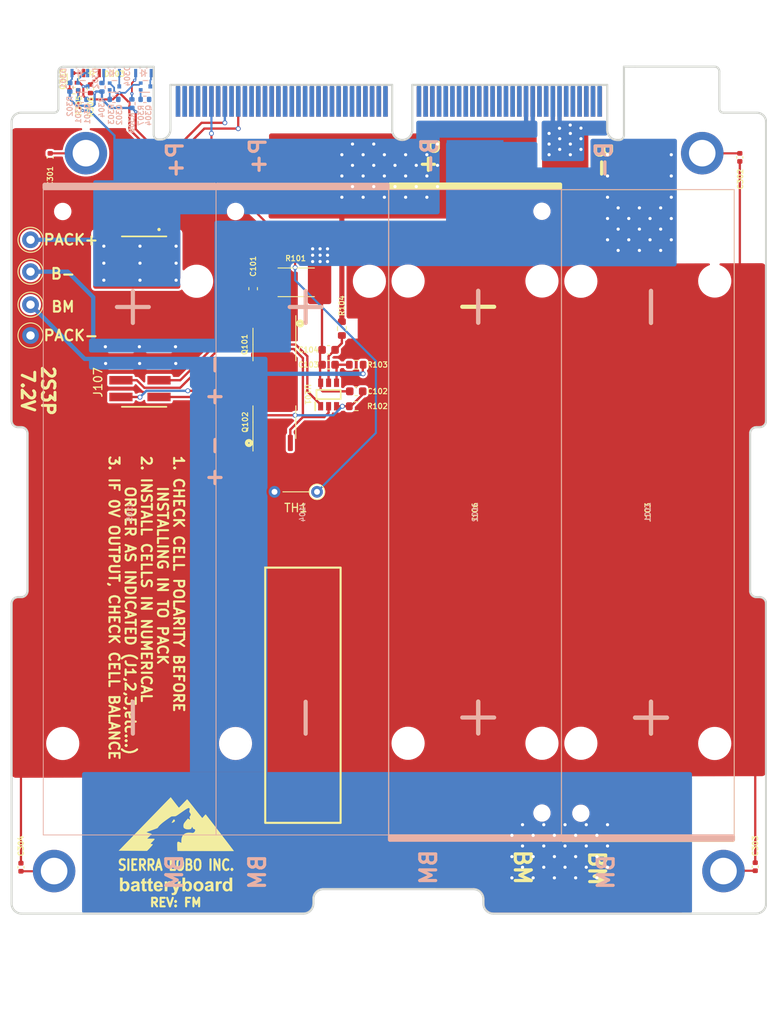
<source format=kicad_pcb>
(kicad_pcb (version 20221018) (generator pcbnew)
  (layers (0 "F.Cu" signal) (31 "B.Cu" signal) (34 "B.Paste" user) (35 "F.Paste" user) (36 "B.SilkS" user "B.Silkscreen") (37 "F.SilkS" user "F.Silkscreen") (38 "B.Mask" user) (39 "F.Mask" user) (44 "Edge.Cuts" user))
  (net 0 "")
  (net 1 "/VDD")
  (net 2 "B-")
  (net 3 "Net-(C101-Pad1)")
  (net 4 "PACK-")
  (net 5 "BM")
  (net 6 "PACK+")
  (net 7 "/V-")
  (net 8 "Net-(U101-VC)")
  (net 9 "Net-(D301-K)")
  (net 10 "Net-(D301-A)")
  (net 11 "Net-(D302-K)")
  (net 12 "/SLI-Card/CHS")
  (net 13 "Net-(D302-A)")
  (net 14 "Net-(D303-K)")
  (net 15 "Net-(D303-A)")
  (net 16 "Net-(D304-K)")
  (net 17 "Net-(D304-A)")
  (net 18 "/DOUT")
  (net 19 "/COUT")
  (net 20 "/Q1D_Q2S")
  (net 21 "/SLI-Card/SEP4")
  (net 22 "/SLI-Card/-X_SOLAR_PWR")
  (net 23 "/SLI-Card/-X_SOLAR_RTN")
  (net 24 "/SLI-Card/-X_SOLAR_TLE")
  (net 25 "/SLI-Card/H2-52")
  (net 26 "/SLI-Card/H1-52")
  (net 27 "BAT_THERM")
  (net 28 "/SLI-Card/GND")
  (net 29 "/SLI-Card/USER_1")
  (net 30 "/SLI-Card/H2-44")
  (net 31 "/SLI-Card/H1-44")
  (net 32 "/SLI-Card/H2-42")
  (net 33 "/SLI-Card/H1-42")
  (net 34 "/SLI-Card/H2-40")
  (net 35 "/SLI-Card/H1-40")
  (net 36 "/SLI-Card/H2-38")
  (net 37 "/SLI-Card/H1-38")
  (net 38 "/SLI-Card/H2-36")
  (net 39 "/SLI-Card/H1-36")
  (net 40 "/SLI-Card/H2-34")
  (net 41 "/SLI-Card/H1-34")
  (net 42 "/SLI-Card/5V_USB")
  (net 43 "/SLI-Card/SEP3")
  (net 44 "/SLI-Card/+Y_SOLAR_PWR")
  (net 45 "/SLI-Card/+Y_SOLAR_RTN")
  (net 46 "/SLI-Card/+Y_SOLAR_TLE")
  (net 47 "/SLI-Card/H2-51")
  (net 48 "/SLI-Card/H1-51")
  (net 49 "/SLI-Card/SELF_TEST")
  (net 50 "/SLI-Card/H2-43")
  (net 51 "/SLI-Card/H1-43")
  (net 52 "/SLI-Card/H2-41")
  (net 53 "/SLI-Card/H1-41")
  (net 54 "/SLI-Card/H2-39")
  (net 55 "/SLI-Card/H1-39")
  (net 56 "/SLI-Card/H2-37")
  (net 57 "/SLI-Card/H1-37")
  (net 58 "/SLI-Card/H2-35")
  (net 59 "/SLI-Card/H1-35")
  (net 60 "/SLI-Card/H2-33")
  (net 61 "/SLI-Card/H1-33")
  (net 62 "/SLI-Card/AGND")
  (net 63 "/SLI-Card/H1-31")
  (net 64 "/SLI-Card/H2-28")
  (net 65 "/SLI-Card/H1-28")
  (net 66 "/SLI-Card/H2-26")
  (net 67 "/SLI-Card/H1-26")
  (net 68 "/SLI-Card/H2-24")
  (net 69 "/SLI-Card/H1-24")
  (net 70 "/SLI-Card/H2-22")
  (net 71 "/SLI-Card/H1-22")
  (net 72 "/SLI-Card/H2-20")
  (net 73 "/SLI-Card/H1-20")
  (net 74 "/SLI-Card/H2-18")
  (net 75 "/SLI-Card/H1-18")
  (net 76 "/SLI-Card/H2-16")
  (net 77 "/SLI-Card/H1-16")
  (net 78 "/SLI-Card/H2-14")
  (net 79 "/SLI-Card/H1-14")
  (net 80 "/SLI-Card/H2-12")
  (net 81 "/SLI-Card/H1-12")
  (net 82 "/SLI-Card/H2-10")
  (net 83 "/SLI-Card/H1-10")
  (net 84 "/SLI-Card/H2-8")
  (net 85 "/SLI-Card/H1-8")
  (net 86 "/SLI-Card/H1-6")
  (net 87 "/SLI-Card/H2-4")
  (net 88 "/SLI-Card/H1-4")
  (net 89 "/SLI-Card/H2-2")
  (net 90 "/SLI-Card/+X_SOLAR_PWR")
  (net 91 "/SLI-Card/+X_SOLAR_RTN")
  (net 92 "/SLI-Card/+X_SOLAR_TLE")
  (net 93 "/SLI-Card/H1-27")
  (net 94 "/SLI-Card/H2-25")
  (net 95 "/SLI-Card/H1-25")
  (net 96 "/SLI-Card/H2-23")
  (net 97 "/SLI-Card/H1-23")
  (net 98 "/SLI-Card/H2-21")
  (net 99 "/SLI-Card/H1-21")
  (net 100 "/SLI-Card/H2-19")
  (net 101 "/SLI-Card/H1-19")
  (net 102 "/SLI-Card/H2-17")
  (net 103 "/SLI-Card/H1-17")
  (net 104 "/SLI-Card/H2-15")
  (net 105 "/SLI-Card/RBF")
  (net 106 "/SLI-Card/H2-13")
  (net 107 "/SLI-Card/H1-13")
  (net 108 "/SLI-Card/H2-11")
  (net 109 "/SLI-Card/H1-11")
  (net 110 "/SLI-Card/H2-9")
  (net 111 "/SLI-Card/H1-9")
  (net 112 "/SLI-Card/H2-7")
  (net 113 "/SLI-Card/H1-7")
  (net 114 "/SLI-Card/H1-5")
  (net 115 "/SLI-Card/LED_PWR")
  (net 116 "/SLI-Card/H1-3")
  (net 117 "/SLI-Card/-Z_SOLAR_PWR")
  (net 118 "/SLI-Card/-Z_SOLAR_RTN")
  (net 119 "/SLI-Card/-Z_SOLAR_TLE")
  (net 120 "/SLI-Card/BUS_RESET")
  (net 121 "/SLI-Card/H1-30")
  (net 122 "/SLI-Card/SEP1")
  (net 123 "/SLI-Card/SEP2")
  (net 124 "Net-(Q301-B)")
  (net 125 "Net-(Q302-B)")
  (net 126 "Net-(Q303-B)")
  (net 127 "Net-(Q304-B)")
  (net 128 "/SLI-Card/H1-1")
  (net 129 "/SLI-Card/3.3V_SYS")
  (net 130 "/SLI-Card/H1-2")
  (net 131 "/SLI-Card/Blank-Card-Default/RED_LED")
  (net 132 "/SLI-Card/Blank-Card-Default/YEL_LED")
  (net 133 "/SLI-Card/Blank-Card-Default/ORG_LED")
  (footprint "batteryboard:KEYSTONE-1042_ALT_J5" (layer "F.Cu") (at 129.2733 96.0501 -90)
    (fp_text reference "J103")
    (fp_text value "KEYSTONE-1042" hide)
  )
  (footprint "custom-footprints:SOT95P280X130-6N" (layer "F.Cu") (at 91.1225 81.9785 90)
    (fp_text reference "U101")
    (fp_text value "R5460N233AF" hide)
  )
  (footprint "batteryboard:KEYSTONE-1042" (layer "F.Cu") (at 108.6231 96.0247 90)
    (fp_text reference "J106")
    (fp_text value "KEYSTONE-1042" hide)
  )
  (footprint "Capacitor_SMD:C_0603_1608Metric" (layer "F.Cu") (at 91.1225 76.6445)
    (fp_text reference "C104")
    (fp_text value "0.1uF")
  )
  (footprint "Capacitor_SMD:C_0603_1608Metric" (layer "F.Cu") (at 91.1225 78.4225)
    (fp_text reference "C103")
    (fp_text value "0.1uF")
  )
  (footprint "Capacitor_SMD:C_0603_1608Metric" (layer "F.Cu") (at 94.4245 81.5975)
    (fp_text reference "C102")
    (fp_text value "0.1uF")
  )
  (footprint "Capacitor_SMD:C_0603_1608Metric" (layer "F.Cu") (at 82.1055 69.342 -90)
    (fp_text reference "C101")
    (fp_text value "0.1uF")
  )
  (footprint "Resistor_SMD:R_0603_1608Metric" (layer "F.Cu") (at 92.71 74.1045 -90)
    (fp_text reference "R104")
    (fp_text value "330")
  )
  (footprint "Resistor_SMD:R_0603_1608Metric" (layer "F.Cu") (at 94.4245 78.4225 180)
    (fp_text reference "R103")
    (fp_text value "330")
  )
  (footprint "Package_SO:SOIC-8_3.9x4.9mm_P1.27mm" (layer "F.Cu") (at 84.6455 85.2805 90)
    (fp_text reference "Q102")
    (fp_text value "IRF7458")
  )
  (footprint "Package_SO:SOIC-8_3.9x4.9mm_P1.27mm" (layer "F.Cu") (at 84.6455 76.0095 -90)
    (fp_text reference "Q101")
    (fp_text value "IRF7458")
  )
  (footprint "Resistor_SMD:R_0603_1608Metric" (layer "F.Cu") (at 94.4245 83.3755)
    (fp_text reference "R102")
    (fp_text value "1K")
  )
  (footprint "Resistor_SMD:R_2512_6332Metric" (layer "F.Cu") (at 87.249 68.58 180)
    (fp_text reference "R101")
    (fp_text value "0.01")
  )
  (footprint "TestPoint:TestPoint_Loop_D1.80mm_Drill1.0mm_Beaded" (layer "F.Cu") (at 55.499 67.31 90)
    (fp_text reference "TP101" hide)
    (fp_text value "TestPoint")
  )
  (footprint "TestPoint:TestPoint_Loop_D1.80mm_Drill1.0mm_Beaded" (layer "F.Cu") (at 55.499 71.247 90)
    (fp_text reference "TP102" hide)
    (fp_text value "TestPoint")
  )
  (footprint "TestPoint:TestPoint_Loop_D1.80mm_Drill1.0mm_Beaded" (layer "F.Cu") (at 55.499 74.93 90)
    (fp_text reference "TP103" hide)
    (fp_text value "TestPoint")
  )
  (footprint "TestPoint:TestPoint_Loop_D1.80mm_Drill1.0mm_Beaded" (layer "F.Cu") (at 55.499 63.5 90)
    (fp_text reference "TP104" hide)
    (fp_text value "TestPoint")
  )
  (footprint "Capacitor_SMD:C_0402_1005Metric" (layer "F.Cu") (at 57.8485 53.6575 90)
    (fp_text reference "C301")
    (fp_text value "0.1uF")
  )
  (footprint "Capacitor_SMD:C_0402_1005Metric" (layer "F.Cu") (at 140.2715 53.6575 90)
    (fp_text reference "C302")
    (fp_text value "0.1uF")
  )
  (footprint "Capacitor_SMD:C_0402_1005Metric" (layer "F.Cu") (at 142.113 138.3665 -90)
    (fp_text reference "C303")
    (fp_text value "0.1uF")
  )
  (footprint "Capacitor_SMD:C_0402_1005Metric" (layer "F.Cu") (at 54.356 138.43 -90)
    (fp_text reference "C304")
    (fp_text value "0.1uF")
  )
  (footprint "SLI-Blank-Card:APA2107x" (layer "F.Cu") (at 62.792178 43.59148 -90)
    (fp_text reference "D303")
    (fp_text value "GREEN")
  )
  (footprint "SLI-Blank-Card:125mil_hole" (layer "F.Cu") (at 62.1184 53.1572 90)
    (fp_text reference "MH301" hide)
    (fp_text value "MountingHole_Pad")
  )
  (footprint "SLI-Blank-Card:125mil_hole" (layer "F.Cu") (at 135.7784 53.1572 90)
    (fp_text reference "MH302" hide)
    (fp_text value "SLI-Backplane-Blank-Card-KiCad:125mil_hole")
  )
  (footprint "SLI-Blank-Card:125mil_hole" (layer "F.Cu") (at 138.3184 138.8872 90)
    (fp_text reference "MH303" hide)
    (fp_text value "SLI-Backplane-Blank-Card-KiCad:125mil_hole")
  )
  (footprint "SLI-Blank-Card:125mil_hole" (layer "F.Cu") (at 58.3184 138.8872 90)
    (fp_text reference "MH304" hide)
    (fp_text value "SLI-Backplane-Blank-Card-KiCad:125mil_hole")
  )
  (footprint "SLI-Blank-Card:HSEC8-160-CARD-EDGE" (layer "F.Cu") (at 98.72222 45.004353)
    (fp_text reference "P201" hide)
    (fp_text value "Conn_02x60_Top_Bottom")
  )
  (footprint "Package_TO_SOT_SMD:SOT-723" (layer "F.Cu") (at 60.579 44.1706 90)
    (fp_text reference "Q303")
    (fp_text value "BC847BM3T5G")
  )
  (footprint "Resistor_SMD:R_0402_1005Metric" (layer "F.Cu") (at 62.6618 45.466 90)
    (fp_text reference "R306")
    (fp_text value "1.5k")
  )
  (footprint "Resistor_SMD:R_0402_1005Metric" (layer "F.Cu") (at 60.6806 45.6946)
    (fp_text reference "R305")
    (fp_text value "4.7k")
  )
  (footprint "custom-footprints:battery_version" (layer "F.Cu") (at 75.157542 140.712867)
    (fp_text reference "Ref**" hide)
    (fp_text value "Val**" hide)
  )
  (footprint "batteryboard:SLI_LOGO" (layer "F.Cu") (at 72.898 134.112)
    (fp_text reference "G***" hide)
    (fp_text value "LOGO" hide)
  )
  (footprint "batteryboard:SAMTEC_S2M-110-02-X-D" (layer "F.Cu") (at 68.58 73.273 90)
    (fp_text reference "J107")
    (fp_text value "Conn_02x10_Top_Bottom")
  )
  (footprint "Resistor_THT:R_Axial_DIN0204_L3.6mm_D1.6mm_P5.08mm_Vertical" (layer "F.Cu") (at 89.739 93.599 180)
    (fp_text reference "TH1")
    (fp_text value "Thermistor")
  )
  (footprint "batteryboard:KEYSTONE-1042" (layer "B.Cu") (at 87.9983 96.0501 90)
    (fp_text reference "J104")
    (fp_text value "KEYSTONE-1042" hide)
  )
  (footprint "batteryboard:KEYSTONE-1042_ALT_J1" (layer "B.Cu") (at 129.2733 96.0247 -90)
    (fp_text reference "J101")
    (fp_text value "KEYSTONE-1042" hide)
  )
  (footprint "batteryboard:KEYSTONE-1042" (layer "B.Cu") (at 108.6231 96.0247 -90)
    (fp_text reference "J102")
    (fp_text value "KEYSTONE-1042" hide)
  )
  (footprint "batteryboard:KEYSTONE-1042_alt_J4" (layer "B.Cu") (at 67.3481 96.0501 90)
    (fp_text reference "J105")
    (fp_text value "KEYSTONE-1042" hide)
  )
  (footprint "SLI-Blank-Card:APA2107x" (layer "B.Cu") (at 61.392181 43.59148 -90)
    (fp_text reference "D301")
    (fp_text value "RED")
  )
  (footprint "SLI-Blank-Card:APA2107x" (layer "B.Cu") (at 65.192173 43.59148 -90)
    (fp_text reference "D302")
    (fp_text value "YELLOW")
  )
  (footprint "SLI-Blank-Card:APA2107x" (layer "B.Cu") (at 68.992191 43.59148 -90)
    (fp_text reference "D304")
    (fp_text value "ORANGE")
  )
  (footprint "Package_TO_SOT_SMD:SOT-723" (layer "B.Cu") (at 61.7474 45.1866)
    (fp_text reference "Q301")
    (fp_text value "MMBT4403M3T5G")
  )
  (footprint "Package_TO_SOT_SMD:SOT-723" (layer "B.Cu") (at 65.532 45.1866)
    (fp_text reference "Q302")
    (fp_text value "BC847BM3T5G")
  )
  (footprint "Package_TO_SOT_SMD:SOT-723" (layer "B.Cu") (at 69.2404 45.1866)
    (fp_text reference "Q304")
    (fp_text value "BC847BM3T5G")
  )
  (footprint "Resistor_SMD:R_0402_1005Metric" (layer "B.Cu") (at 60.198 45.2882 90)
    (fp_text reference "R302")
    (fp_text value "1.5k")
  )
  (footprint "Resistor_SMD:R_0402_1005Metric" (layer "B.Cu") (at 64.0334 45.2882 90)
    (fp_text reference "R304")
    (fp_text value "1.5k")
  )
  (footprint "Resistor_SMD:R_0402_1005Metric" (layer "B.Cu") (at 67.6148 47.244 90)
    (fp_text reference "R308")
    (fp_text value "1.5k")
  )
  (footprint "Resistor_SMD:R_0402_1005Metric" (layer "B.Cu") (at 61.6712 46.736)
    (fp_text reference "R301")
    (fp_text value "4.7k")
  )
  (footprint "Resistor_SMD:R_0402_1005Metric" (layer "B.Cu") (at 65.4812 46.736)
    (fp_text reference "R303")
    (fp_text value "4.7k")
  )
  (footprint "Resistor_SMD:R_0402_1005Metric" (layer "B.Cu") (at 69.1642 46.736)
    (fp_text reference "R307")
    (fp_text value "4.7k")
  )
  (gr_circle (center 87.7189 73.4949) (end 87.7443 73.4187) (stroke (width 0.4)) (fill none) (layer "F.SilkS"))
  (gr_circle (center 81.5975 87.7697) (end 81.6229 87.6935) (stroke (width 0.4)) (fill none) (layer "F.SilkS"))
  (gr_rect (start 83.549998 102.650011) (end 92.559988 133.130011) (stroke (width 0.254)) (fill none) (layer "F.SilkS"))
  (gr_line (start 109.626402 142.773398) (end 109.626402 142.239998) (stroke (width 0.254)) (layer "Edge.Cuts"))
  (gr_arc (start 110.820202 143.967198) (mid 109.976058 143.617542) (end 109.626402 142.773398) (stroke (width 0.254)) (layer "Edge.Cuts"))
  (gr_line (start 64.742214 42.841363) (end 69.442149 42.841363) (stroke (width 0.254)) (layer "Edge.Cuts"))
  (gr_line (start 141.503402 105.409998) (end 141.503402 86.639398) (stroke (width 0.254)) (layer "Edge.Cuts"))
  (gr_arc (start 101.12221 50.37937) (mid 99.922212 51.579361) (end 98.72223 50.379354) (stroke (width 0.254)) (layer "Edge.Cuts"))
  (gr_arc (start 125.622219 51.579361) (mid 124.7737 51.227891) (end 124.422232 50.379371) (stroke (width 0.254)) (layer "Edge.Cuts"))
  (gr_arc (start 72.22222 50.329342) (mid 71.870751 51.177862) (end 71.022232 51.529331) (stroke (width 0.254)) (layer "Edge.Cuts"))
  (gr_arc (start 142.305524 48.3247) (mid 143.085375 48.647724) (end 143.408402 49.427575) (stroke (width 0.254)) (layer "Edge.Cuts"))
  (gr_line (start 126.422213 51.004361) (end 126.422213 44.904363) (stroke (width 0.254)) (layer "Edge.Cuts"))
  (gr_line (start 101.12221 50.379354) (end 101.12221 45.004363) (stroke (width 0.254)) (layer "Edge.Cuts"))
  (gr_line (start 98.72223 50.379354) (end 98.72223 45.004363) (stroke (width 0.254)) (layer "Edge.Cuts"))
  (gr_line (start 101.12222 45.004353) (end 124.422222 45.004353) (stroke (width 0.254)) (layer "Edge.Cuts"))
  (gr_line (start 70.222239 50.954331) (end 70.222239 44.854333) (stroke (width 0.254)) (layer "Edge.Cuts"))
  (gr_line (start 124.422232 50.379354) (end 124.422232 45.004363) (stroke (width 0.254)) (layer "Edge.Cuts"))
  (gr_arc (start 53.238402 49.425142) (mid 53.560715 48.64701) (end 54.338847 48.324697) (stroke (width 0.254)) (layer "Edge.Cuts"))
  (gr_line (start 125.62222 51.579361) (end 125.847213 51.579361) (stroke (width 0.254)) (layer "Edge.Cuts"))
  (gr_arc (start 58.822003 47.841541) (mid 58.68049 48.183184) (end 58.338847 48.324697) (stroke (width 0.254)) (layer "Edge.Cuts"))
  (gr_line (start 72.22222 50.329323) (end 72.22222 45.004353) (stroke (width 0.254)) (layer "Edge.Cuts"))
  (gr_arc (start 142.265402 106.171998) (mid 141.726587 105.948813) (end 141.503402 105.409998) (stroke (width 0.254)) (layer "Edge.Cuts"))
  (gr_line (start 70.797239 51.529331) (end 71.022232 51.529331) (stroke (width 0.254)) (layer "Edge.Cuts"))
  (gr_line (start 72.22222 45.00435) (end 98.72222 45.004353) (stroke (width 0.254)) (layer "Edge.Cuts"))
  (gr_line (start 127.04006 42.822678) (end 127.74679 42.822678) (stroke (width 0.254)) (layer "Edge.Cuts"))
  (gr_arc (start 126.422213 51.004364) (mid 126.253799 51.41095) (end 125.847213 51.579364) (stroke (width 0.254)) (layer "Edge.Cuts"))
  (gr_arc (start 54.000402 85.877398) (mid 53.461587 85.654213) (end 53.238402 85.115398) (stroke (width 0.254)) (layer "Edge.Cuts"))
  (gr_arc (start 58.822186 43.41637) (mid 58.990603 43.009775) (end 59.397198 42.841358) (stroke (width 0.254)) (layer "Edge.Cuts"))
  (gr_arc (start 143.408402 85.115398) (mid 143.185217 85.654213) (end 142.646402 85.877398) (stroke (width 0.254)) (layer "Edge.Cuts"))
  (gr_line (start 137.822185 47.841355) (end 137.822185 43.391372) (stroke (width 0.254)) (layer "Edge.Cuts"))
  (gr_arc (start 55.143402 105.409998) (mid 54.920217 105.948813) (end 54.381402 106.171998) (stroke (width 0.254)) (layer "Edge.Cuts"))
  (gr_arc (start 89.306402 142.239998) (mid 89.656058 141.395854) (end 90.500202 141.046198) (stroke (width 0.254)) (layer "Edge.Cuts"))
  (gr_line (start 53.238402 85.115398) (end 53.238402 49.425142) (stroke (width 0.254)) (layer "Edge.Cuts"))
  (gr_arc (start 142.646402 106.171998) (mid 143.185217 106.395183) (end 143.408402 106.933998) (stroke (width 0.254)) (layer "Edge.Cuts"))
  (gr_arc (start 54.381402 85.877398) (mid 54.920217 86.100583) (end 55.143402 86.639398) (stroke (width 0.254)) (layer "Edge.Cuts"))
  (gr_arc (start 138.305527 48.324697) (mid 137.963753 48.183129) (end 137.822185 47.841355) (stroke (width 0.254)) (layer "Edge.Cuts"))
  (gr_arc (start 137.253494 42.822681) (mid 137.655619 42.989247) (end 137.822185 43.391372) (stroke (width 0.254)) (layer "Edge.Cuts"))
  (gr_line (start 89.306402 142.773398) (end 89.306402 142.239998) (stroke (width 0.254)) (layer "Edge.Cuts"))
  (gr_line (start 54.338847 48.324697) (end 58.338847 48.324697) (stroke (width 0.254)) (layer "Edge.Cuts"))
  (gr_arc (start 70.797239 51.529333) (mid 70.390653 51.360919) (end 70.222239 50.954333) (stroke (width 0.254)) (layer "Edge.Cuts"))
  (gr_line (start 143.408402 85.115398) (end 143.408402 49.427575) (stroke (width 0.254)) (layer "Edge.Cuts"))
  (gr_arc (start 53.238402 106.933998) (mid 53.461587 106.395183) (end 54.000402 106.171998) (stroke (width 0.254)) (layer "Edge.Cuts"))
  (gr_line (start 138.305527 48.324697) (end 142.305524 48.324697) (stroke (width 0.254)) (layer "Edge.Cuts"))
  (gr_line (start 58.822003 47.841541) (end 58.822186 43.41637) (stroke (width 0.254)) (layer "Edge.Cuts"))
  (gr_line (start 142.265402 106.171998) (end 142.646402 106.171998) (stroke (width 0.254)) (layer "Edge.Cuts"))
  (gr_arc (start 143.408402 142.773398) (mid 143.058746 143.617542) (end 142.214602 143.967198) (stroke (width 0.254)) (layer "Edge.Cuts"))
  (gr_arc (start 108.432602 141.046198) (mid 109.276746 141.395854) (end 109.626402 142.239998) (stroke (width 0.254)) (layer "Edge.Cuts"))
  (gr_arc (start 89.306402 142.773398) (mid 88.956746 143.617542) (end 88.112602 143.967198) (stroke (width 0.254)) (layer "Edge.Cuts"))
  (gr_line (start 142.265402 85.877398) (end 142.646402 85.877398) (stroke (width 0.254)) (layer "Edge.Cuts"))
  (gr_line (start 90.500202 141.046198) (end 108.432602 141.046198) (stroke (width 0.254)) (layer "Edge.Cuts"))
  (gr_line (start 70.222203 44.854351) (end 70.222203 42.84137) (stroke (width 0.254)) (layer "Edge.Cuts"))
  (gr_line (start 126.422177 44.904381) (end 126.422177 42.822681) (stroke (width 0.254)) (layer "Edge.Cuts"))
  (gr_line (start 126.422177 42.822681) (end 127.040068 42.822681) (stroke (width 0.254)) (layer "Edge.Cuts"))
  (gr_arc (start 141.503402 86.639398) (mid 141.726587 86.100583) (end 142.265402 85.877398) (stroke (width 0.254)) (layer "Edge.Cuts"))
  (gr_line (start 59.397198 42.841358) (end 64.742207 42.841358) (stroke (width 0.254)) (layer "Edge.Cuts"))
  (gr_line (start 127.74679 42.822678) (end 137.253494 42.822681) (stroke (width 0.254)) (layer "Edge.Cuts"))
  (gr_line (start 53.238393 142.697198) (end 53.238402 106.933998) (stroke (width 0.254)) (layer "Edge.Cuts"))
  (gr_line (start 69.442154 42.84137) (end 70.222203 42.84137) (stroke (width 0.254)) (layer "Edge.Cuts"))
  (gr_arc (start 54.356002 143.967198) (mid 53.534175 143.563661) (end 53.238402 142.697198) (stroke (width 0.254)) (layer "Edge.Cuts"))
  (gr_line (start 110.820202 143.967198) (end 142.214602 143.967198) (stroke (width 0.254)) (layer "Edge.Cuts"))
  (gr_line (start 143.408402 142.773398) (end 143.408402 106.933998) (stroke (width 0.254)) (layer "Edge.Cuts"))
  (gr_line (start 54.000402 106.171998) (end 54.381402 106.171998) (stroke (width 0.254)) (layer "Edge.Cuts"))
  (gr_line (start 54.356002 143.967195) (end 88.112602 143.967198) (stroke (width 0.254)) (layer "Edge.Cuts"))
  (gr_line (start 55.143402 105.409998) (end 55.143402 86.639398) (stroke (width 0.254)) (layer "Edge.Cuts"))
  (gr_line (start 54.0004 85.8774) (end 54.3814 85.8774) (stroke (width 0.254)) (layer "Edge.Cuts"))
  (gr_text "BM" (at 103.0605 138.43 90) (layer "B.SilkS") (effects (font (size 1.905 1.905) (thickness 0.381)) (justify mirror)))
  (gr_text "BM" (at 82.6135 139.0015 90) (layer "B.SilkS") (effects (font (size 1.905 1.905) (thickness 0.381)) (justify mirror)))
  (gr_text "BM" (at 72.7075 139.0015 90) (layer "B.SilkS") (effects (font (size 1.905 1.905) (thickness 0.381)) (justify mirror)))
  (gr_text "BM" (at 124.2695 139.0015 90) (layer "B.SilkS") (effects (font (size 1.905 1.905) (thickness 0.381)) (justify mirror)))
  (gr_text "B-" (at 124.0155 53.975 90) (layer "B.SilkS") (effects (font (size 1.905 1.905) (thickness 0.381)) (justify mirror)))
  (gr_text "B-" (at 103.1875 53.467 90) (layer "B.SilkS") (effects (font (size 1.905 1.905) (thickness 0.381)) (justify mirror)))
  (gr_text "P+" (at 82.677 53.5305 90) (layer "B.SilkS") (effects (font (size 1.905 1.905) (thickness 0.381)) (justify mirror)))
  (gr_text "P+" (at 72.771 53.975 90) (layer "B.SilkS") (effects (font (size 1.905 1.905) (thickness 0.381)) (justify mirror)))
  (gr_text "- +" (at 77.4065 80.3275 90) (layer "B.SilkS") (effects (font (size 1.905 1.905) (thickness 0.381)) (justify mirror)))
  (gr_text "- +" (at 77.4065 89.9795 90) (layer "B.SilkS") (effects (font (size 1.905 1.905) (thickness 0.381)) (justify mirror)))
  (gr_text "BM" (at 123.19 138.557 270) (layer "F.SilkS") (effects (font (size 1.905 1.905) (thickness 0.381))))
  (gr_text "B-" (at 123.8885 53.975 270) (layer "F.SilkS") (effects (font (size 1.905 1.905) (thickness 0.381))))
  (gr_text "P+" (at 103.1875 53.5305 270) (layer "F.SilkS") (effects (font (size 1.905 1.905) (thickness 0.381))))
  (gr_text "2S3P\n7.2V" (at 56.388 81.534 -90) (layer "F.SilkS") (effects (font (size 1.5 1.5) (thickness 0.355))))
  (gr_text "1. CHECK CELL POLARITY BEFORE \n    INSTALLING IN TO PACK\n2. INSTALL CELLS IN NUMERICAL \n    ORDER AS INDICATED (J1,2,3,etc...)\n3. IF 0V OUTPUT, CHECK CELL BALANCE" (at 69.342 89.154 270) (layer "F.SilkS") (effects (font (size 1.2 1.2) (thickness 0.254)) (justify left)))
  (gr_text "PACK-" (at 60.325 74.93) (layer "F.SilkS") (effects (font (size 1.27 1.27) (thickness 0.254))))
  (gr_text "SIERRA LOBO INC." (at 72.898 138.176) (layer "F.SilkS") (effects (font (size 1.27 1.016) (thickness 0.254))))
  (gr_text "REV: FM" (at 72.84 142.64) (layer "F.SilkS") (effects (font (size 1.016 1.016) (thickness 0.254))))
  (gr_text "BM" (at 114.3 138.43 270) (layer "F.SilkS") (effects (font (size 1.905 1.905) (thickness 0.381))))
  (gr_text "BM" (at 59.3725 71.501) (layer "F.SilkS") (effects (font (size 1.27 1.27) (thickness 0.254))))
  (gr_text "B-" (at 59.3725 67.564) (layer "F.SilkS") (effects (font (size 1.27 1.27) (thickness 0.254))))
  (gr_text "PACK+" (at 60.325 63.5) (layer "F.SilkS") (effects (font (size 1.27 1.27) (thickness 0.254))))
  (segment (start 91.8845 76.6445) (end 91.91 76.6445) (width 0.2794) (layer "F.Cu") (net 1))
  (segment (start 92.71 74.892) (end 92.71 75.8445) (width 0.2794) (layer "F.Cu") (net 1))
  (segment (start 91.1225 77.4065) (end 91.8845 76.6445) (width 0.2794) (layer "F.Cu") (net 1))
  (segment (start 91.1225 80.5785) (end 91.1225 77.4065) (width 0.2794) (layer "F.Cu") (net 1))
  (segment (start 92.71 75.8445) (end 91.91 76.6445) (width 0.2794) (layer "F.Cu") (net 1))
  (segment (start 90.1065 80.5125) (end 90.1065 78.4225) (width 0.2794) (layer "F.Cu") (net 2))
  (segment (start 90.1065 76.873) (end 90.335 76.6445) (width 0.2794) (layer "F.Cu") (net 2))
  (segment (start 90.4121 81.5975) (end 90.1725 81.3579) (width 0.2794) (layer "F.Cu") (net 2))
  (segment (start 90.335 76.6445) (end 90.335 68.766) (width 0.2794) (layer "F.Cu") (net 2))
  (segment (start 66.305 76.273) (end 68.507 76.273) (width 0.6096) (layer "F.Cu") (net 2))
  (segment (start 93.637 81.5975) (end 90.4121 81.5975) (width 0.2794) (layer "F.Cu") (net 2))
  (segment (start 90.1725 81.3579) (end 90.1725 80.5785) (width 0.2794) (layer "F.Cu") (net 2))
  (segment (start 68.507 76.273) (end 70.855 76.273) (width 0.6096) (layer "F.Cu") (net 2))
  (segment (start 66.305 76.273) (end 64.443 76.273) (width 0.6096) (layer "F.Cu") (net 2))
  (segment (start 90.1725 80.5785) (end 90.1065 80.5125) (width 0.2794) (layer "F.Cu") (net 2))
  (segment (start 90.335 68.766) (end 90.149 68.58) (width 0.2794) (layer "F.Cu") (net 2))
  (segment (start 90.1065 78.4225) (end 90.1065 76.873) (width 0.2794) (layer "F.Cu") (net 2))
  (segment (start 70.855 76.273) (end 72.825 76.273) (width 0.6096) (layer "F.Cu") (net 2))
  (segment (start 90.335 78.4225) (end 90.1065 78.4225) (width 0.2794) (layer "F.Cu") (net 2))
  (via (at 90.1065 65.3415) (size 0.5842) (drill 0.381) (layers "F.Cu" "B.Cu") (net 2))
  (via (at 90.1065 64.5795) (size 0.5842) (drill 0.381) (layers "F.Cu" "B.Cu") (net 2))
  (via (at 90.1065 66.1035) (size 0.5842) (drill 0.381) (layers "F.Cu" "B.Cu") (net 2))
  (via (at 90.9955 65.3415) (size 0.5842) (drill 0.381) (layers "F.Cu" "B.Cu") (net 2))
  (via (at 90.9955 66.1035) (size 0.5842) (drill 0.381) (layers "F.Cu" "B.Cu") (net 2))
  (via (at 90.9955 64.5795) (size 0.5842) (drill 0.381) (layers "F.Cu" "B.Cu") (net 2))
  (via (at 124.46 58.42) (size 0.5842) (drill 0.381) (layers "F.Cu" "B.Cu") (net 2))
  (via (at 125.73 59.69) (size 0.5842) (drill 0.381) (layers "F.Cu" "B.Cu") (net 2))
  (via (at 130.81 62.23) (size 0.5842) (drill 0.381) (layers "F.Cu" "B.Cu") (net 2))
  (via (at 124.46 55.88) (size 0.5842) (drill 0.381) (layers "F.Cu" "B.Cu") (net 2))
  (via (at 132.08 53.34) (size 0.5842) (drill 0.381) (layers "F.Cu" "B.Cu") (net 2))
  (via (at 124.46 63.5) (size 0.5842) (drill 0.381) (layers "F.Cu" "B.Cu") (net 2))
  (via (at 127 60.96) (size 0.5842) (drill 0.381) (layers "F.Cu" "B.Cu") (net 2))
  (via (at 125.73 62.23) (size 0.5842) (drill 0.381) (layers "F.Cu" "B.Cu") (net 2))
  (via (at 72.825 76.273) (size 0.5842) (drill 0.381) (layers "F.Cu" "B.Cu") (net 2))
  (via (at 132.08 55.88) (size 0.5842) (drill 0.381) (layers "F.Cu" "B.Cu") (net 2))
  (via (at 132.08 60.96) (size 0.5842) (drill 0.381) (layers "F.Cu" "B.Cu") (net 2))
  (via (at 132.08 63.5) (size 0.5842) (drill 0.381) (layers "F.Cu" "B.Cu") (net 2))
  (via (at 128.27 62.23) (size 0.5842) (drill 0.381) (layers "F.Cu" "B.Cu") (net 2))
  (via (at 127 63.5) (size 0.5842) (drill 0.381) (layers "F.Cu" "B.Cu") (net 2))
  (via (at 129.54 63.5) (size 0.5842) (drill 0.381) (layers "F.Cu" "B.Cu") (net 2))
  (via (at 89.2175 66.1035) (size 0.5842) (drill 0.381) (layers "F.Cu" "B.Cu") (net 2))
  (via (at 68.507 76.273) (size 0.5842) (drill 0.381) (layers "F.Cu" "B.Cu") (net 2))
  (via (at 125.73 64.77) (size 0.5842) (drill 0.381) (layers "F.Cu" "B.Cu") (net 2))
  (via (at 124.46 53.34) (size 0.5842) (drill 0.381) (layers "F.Cu" "B.Cu") (net 2))
  (via (at 128.27 64.77) (size 0.5842) (drill 0.381) (layers "F.Cu" "B.Cu") (net 2))
  (via (at 89.2175 64.5795) (size 0.5842) (drill 0.381) (layers "F.Cu" "B.Cu") (net 2))
  (via (at 130.81 64.77) (size 0.5842) (drill 0.381) (layers "F.Cu" "B.Cu") (net 2))
  (via (at 124.46 60.96) (size 0.5842) (drill 0.381) (layers "F.Cu" "B.Cu") (net 2))
  (via (at 64.443 76.273) (size 0.5842) (drill 0.381) (layers "F.Cu" "B.Cu") (net 2))
  (via (at 132.08 58.42) (size 0.5842) (drill 0.381) (layers "F.Cu" "B.Cu") (net 2))
  (via (at 89.2175 65.3415) (size 0.5842) (drill 0.381) (layers "F.Cu" "B.Cu") (net 2))
  (via (at 130.81 59.69) (size 0.5842) (drill 0.381) (layers "F.Cu" "B.Cu") (net 2))
  (via (at 128.27 59.69) (size 0.5842) (drill 0.381) (layers "F.Cu" "B.Cu") (net 2))
  (via (at 129.54 60.96) (size 0.5842) (drill 0.381) (layers "F.Cu" "B.Cu") (net 2))
  (segment (start 55.499 67.31) (end 59.944 67.31) (width 0.508) (layer "B.Cu") (net 2))
  (segment (start 59.944 67.31) (end 61.214 68.58) (width 0.508) (layer "B.Cu") (net 2))
  (segment (start 62.992 70.358) (end 62.992 75.819) (width 0.508) (layer "B.Cu") (net 2))
  (segment (start 61.214 68.58) (end 62.992 70.358) (width 0.508) (layer "B.Cu") (net 2))
  (segment (start 82.1055 68.5545) (end 84.3235 68.5545) (width 0.6096) (layer "F.Cu") (net 3))
  (segment (start 118.72222 47.404353) (end 118.72222 50.14222) (width 0.508) (layer "F.Cu") (net 4))
  (segment (start 54.356 137.95) (end 54.356 127.444) (width 0.27178) (layer "F.Cu") (net 4))
  (segment (start 117.92222 47.404353) (end 117.92222 50.35822) (width 0.508) (layer "F.Cu") (net 4))
  (segment (start 140.2715 54.1375) (end 140.2715 67.8715) (width 0.27178) (layer "F.Cu") (net 4))
  (segment (start 142.113 137.8865) (end 142.113 127.113) (width 0.27178) (layer "F.Cu") (net 4))
  (via (at 120.015 53.34) (size 0.5842) (drill 0.381) (layers "F.Cu" "B.Cu") (net 4))
  (via (at 117.475 52.07) (size 0.5842) (drill 0.381) (layers "F.Cu" "B.Cu") (net 4))
  (via (at 120 49.8) (size 0.5842) (drill 0.381) (layers "F.Cu" "B.Cu") (net 4))
  (via (at 121.285 50.165) (size 0.5842) (drill 0.381) (layers "F.Cu" "B.Cu") (net 4))
  (via (at 117.475 53.34) (size 0.5842) (drill 0.381) (layers "F.Cu" "B.Cu") (net 4))
  (via (at 120.015 50.8) (size 0.5842) (drill 0.381) (layers "F.Cu" "B.Cu") (net 4))
  (via (at 121.285 51.435) (size 0.5842) (drill 0.381) (layers "F.Cu" "B.Cu") (net 4))
  (via (at 118.72222 50.18778) (size 0.5842) (drill 0.381) (layers "F.Cu" "B.Cu") (net 4))
  (via (at 121.285 52.705) (size 0.5842) (drill 0.381) (layers "F.Cu" "B.Cu") (net 4))
  (via (at 118.745 51.435) (size 0.5842) (drill 0.381) (layers "F.Cu" "B.Cu") (net 4))
  (via (at 120.015 52.07) (size 0.5842) (drill 0.381) (layers "F.Cu" "B.Cu") (net 4))
  (via (at 117.475 50.8) (size 0.5842) (drill 0.381) (layers "F.Cu" "B.Cu") (net 4))
  (via (at 118.745 52.705) (size 0.5842) (drill 0.381) (layers "F.Cu" "B.Cu") (net 4))
  (segment (start 117.92222 47.404353) (end 117.92222 49.85022) (width 0.508) (layer "B.Cu") (net 4))
  (segment (start 118.72222 47.404353) (end 118.72222 50.18778) (width 0.508) (layer "B.Cu") (net 4))
  (segment (start 70.855 78.273) (end 72.857 78.273) (width 0.6096) (layer "F.Cu") (net 5))
  (segment (start 70.855 78.273) (end 68.539 78.273) (width 0.6096) (layer "F.Cu") (net 5))
  (segment (start 95.212 79.464002) (end 95.25 79.502002) (width 0.2794) (layer "F.Cu") (net 5))
  (segment (start 95.212 78.4225) (end 95.212 79.464002) (width 0.2794) (layer "F.Cu") (net 5))
  (segment (start 66.305 78.273) (end 64.475 78.273) (width 0.6096) (layer "F.Cu") (net 5))
  (segment (start 68.539 78.273) (end 66.305 78.273) (width 0.6096) (layer "F.Cu") (net 5))
  (via (at 115.57 139.7) (size 0.5842) (drill 0.381) (layers "F.Cu" "B.Cu") (net 5))
  (via (at 114.3 135.89) (size 0.5842) (drill 0.381) (layers "F.Cu" "B.Cu") (net 5))
  (via (at 119.38 133.35) (size 0.5842) (drill 0.381) (layers "F.Cu" "B.Cu") (net 5))
  (via (at 118.11 137.16) (size 0.5842) (drill 0.381) (layers "F.Cu" "B.Cu") (net 5))
  (via (at 116.84 133.35) (size 0.5842) (drill 0.381) (layers "F.Cu" "B.Cu") (net 5))
  (via (at 124.46 133.35) (size 0.5842) (drill 0.381) (layers "F.Cu" "B.Cu") (net 5))
  (via (at 72.857 78.273) (size 0.5842) (drill 0.381) (layers "F.Cu" "B.Cu") (net 5))
  (via (at 113.03 137.16) (size 0.5842) (drill 0.381) (layers "F.Cu" "B.Cu") (net 5))
  (via (at 123.19 139.7) (size 0.5842) (drill 0.381) (layers "F.Cu" "B.Cu") (net 5))
  (via (at 115.57 134.62) (size 0.5842) (drill 0.381) (layers "F.Cu" "B.Cu") (net 5))
  (via (at 121.92 133.35) (size 0.5842) (drill 0.381) (layers "F.Cu" "B.Cu") (net 5))
  (via (at 119.38 138.43) (size 0.5842) (drill 0.381) (layers "F.Cu" "B.Cu") (net 5))
  (via (at 114.3 133.35) (size 0.5842) (drill 0.381) (layers "F.Cu" "B.Cu") (net 5))
  (via (at 123.19 137.16) (size 0.5842) (drill 0.381) (layers "F.Cu" "B.Cu") (net 5))
  (via (at 124.46 138.43) (size 0.5842) (drill 0.381) (layers "F.Cu" "B.Cu") (net 5))
  (via (at 64.475 78.273) (size 0.5842) (drill 0.381) (layers "F.Cu" "B.Cu") (net 5))
  (via (at 95.25 79.502002) (size 0.5842) (drill 0.381) (layers "F.Cu" "B.Cu") (net 5))
  (via (at 121.92 138.43) (size 0.5842) (drill 0.381) (layers "F.Cu" "B.Cu") (net 5))
  (via (at 124.46 135.89) (size 0.5842) (drill 0.381) (layers "F.Cu" "B.Cu") (net 5))
  (via (at 119.38 135.89) (size 0.5842) (drill 0.381) (layers "F.Cu" "B.Cu") (net 5))
  (via (at 116.84 138.43) (size 0.5842) (drill 0.381) (layers "F.Cu" "B.Cu") (net 5))
  (via (at 120.65 139.7) (size 0.5842) (drill 0.381) (layers "F.Cu" "B.Cu") (net 5))
  (via (at 68.539 78.273) (size 0.5842) (drill 0.381) (layers "F.Cu" "B.Cu") (net 5))
  (via (at 113.03 139.7) (size 0.5842) (drill 0.381) (layers "F.Cu" "B.Cu") (net 5))
  (via (at 116.84 135.89) (size 0.5842) (drill 0.381) (layers "F.Cu" "B.Cu") (net 5))
  (via (at 120.65 137.16) (size 0.5842) (drill 0.381) (layers "F.Cu" "B.Cu") (net 5))
  (via (at 121.92 135.89) (size 0.5842) (drill 0.381) (layers "F.Cu" "B.Cu") (net 5))
  (via (at 115.57 137.16) (size 0.5842) (drill 0.381) (layers "F.Cu" "B.Cu") (net 5))
  (via (at 120.65 134.62) (size 0.5842) (drill 0.381) (layers "F.Cu" "B.Cu") (net 5))
  (via (at 118.11 139.7) (size 0.5842) (drill 0.381) (layers "F.Cu" "B.Cu") (net 5))
  (via (at 118.11 134.62) (size 0.5842) (drill 0.381) (layers "F.Cu" "B.Cu") (net 5))
  (via (at 113.03 134.62) (size 0.5842) (drill 0.381) (layers "F.Cu" "B.Cu") (net 5))
  (via (at 114.3 138.43) (size 0.5842) (drill 0.381) (layers "F.Cu" "B.Cu") (net 5))
  (via (at 123.19 134.62) (size 0.5842) (drill 0.381) (layers "F.Cu" "B.Cu") (net 5))
  (segment (start 55.499 71.247) (end 61.976 77.724) (width 0.508) (layer "B.Cu") (net 5))
  (segment (start 61.976 77.724) (end 63.119 77.724) (width 0.508) (layer "B.Cu") (net 5))
  (segment (start 95.25 79.502002) (end 83.439002 79.502002) (width 0.508) (layer "B.Cu") (net 5))
  (segment (start 92.71 73.317) (end 92.71 58.42) (width 0.6096) (layer "F.Cu") (net 6))
  (segment (start 115.52222 47.404353) (end 115.52222 50.37122) (width 0.508) (layer "F.Cu") (net 6))
  (segment (start 61.214 45.718) (end 61.1906 45.6946) (width 0.27178) (layer "F.Cu") (net 6))
  (segment (start 114.72222 47.404353) (end 114.72222 50.50478) (width 0.508) (layer "F.Cu") (net 6))
  (segment (start 61.707979 48.068179) (end 61.214 47.5742) (width 0.27178) (layer "F.Cu") (net 6))
  (segment (start 61.214 47.5742) (end 61.214 45.718) (width 0.27178) (layer "F.Cu") (net 6))
  (via (at 100.33 55.88) (size 0.5842) (drill 0.381) (layers "F.Cu" "B.Cu") (net 6))
  (via (at 95.25 53.34) (size 0.5842) (drill 0.381) (layers "F.Cu" "B.Cu") (net 6))
  (via (at 97.79 58.42) (size 0.5842) (drill 0.381) (layers "F.Cu" "B.Cu") (net 6))
  (via (at 96.52 54.61) (size 0.5842) (drill 0.381) (layers "F.Cu" "B.Cu") (net 6))
  (via (at 72.898 68.326) (size 0.5842) (drill 0.381) (layers "F.Cu" "B.Cu") (net 6))
  (via (at 96.52 57.15) (size 0.5842) (drill 0.381) (layers "F.Cu" "B.Cu") (net 6))
  (via (at 72.898 64.262) (size 0.5842) (drill 0.381) (layers "F.Cu" "B.Cu") (net 6))
  (via (at 64.262 66.294) (size 0.5842) (drill 0.381) (layers "F.Cu" "B.Cu") (net 6))
  (via (at 92.71 55.88) (size 0.5842) (drill 0.381) (layers "F.Cu" "B.Cu") (net 6))
  (via (at 92.71 53.34) (size 0.5842) (drill 0.381) (layers "F.Cu" "B.Cu") (net 6))
  (via (at 93.98 54.61) (size 0.5842) (drill 0.381) (layers "F.Cu" "B.Cu") (net 6))
  (via (at 100.33 58.42) (size 0.5842) (drill 0.381) (layers "F.Cu" "B.Cu") (net 6))
  (via (at 102.87 58.42) (size 0.5842) (drill 0.381) (layers "F.Cu" "B.Cu") (net 6))
  (via (at 72.898 66.294) (size 0.5842) (drill 0.381) (layers "F.Cu" "B.Cu") (net 6))
  (via (at 64.262 64.262) (size 0.5842) (drill 0.381) (layers "F.Cu" "B.Cu") (net 6))
  (via (at 96.52 52.07) (size 0.5842) (drill 0.381) (layers "F.Cu" "B.Cu") (net 6))
  (via (at 101.6 54.61) (size 0.5842) (drill 0.381) (layers "F.Cu" "B.Cu") (net 6))
  (via (at 99.06 54.61) (size 0.5842) (drill 0.381) (layers "F.Cu" "B.Cu") (net 6))
  (via (at 102.87 53.34) (size 0.5842) (drill 0.381) (layers "F.Cu" "B.Cu") (net 6))
  (via (at 95.25 58.42) (size 0.5842) (drill 0.381) (layers "F.Cu" "B.Cu") (net 6))
  (via (at 68.58 68.326) (size 0.5842) (drill 0.381) (layers "F.Cu" "B.Cu") (net 6))
  (via (at 104.14 57.15) (size 0.5842) (drill 0.381) (layers "F.Cu" "B.Cu") (net 6))
  (via (at 68.58 64.262) (size 0.5842) (drill 0.381) (layers "F.Cu" "B.Cu") (net 6))
  (via (at 68.58 66.294) (size 0.5842) (drill 0.381) (layers "F.Cu" "B.Cu") (net 6))
  (via (at 104.14 54.61) (size 0.5842) (drill 0.381) (layers "F.Cu" "B.Cu") (net 6))
  (via (at 93.98 57.15) (size 0.5842) (drill 0.381) (layers "F.Cu" "B.Cu") (net 6))
  (via (at 104.14 52.07) (size 0.5842) (drill 0.381) (layers "F.Cu" "B.Cu") (net 6))
  (via (at 100.33 53.34) (size 0.5842) (drill 0.381) (layers "F.Cu" "B.Cu") (net 6))
  (via (at 101.6 57.15) (size 0.5842) (drill 0.381) (layers "F.Cu" "B.Cu") (net 6))
  (via (at 99.06 57.15) (size 0.5842) (drill 0.381) (layers "F.Cu" "B.Cu") (net 6))
  (via (at 95.25 55.88) (size 0.5842) (drill 0.381) (layers "F.Cu" "B.Cu") (net 6))
  (via (at 61.707979 48.068179) (size 0.381) (drill 0.1524) (layers "F.Cu" "B.Cu") (net 6))
  (via (at 93.98 52.07) (size 0.5842) (drill 0.381) (layers "F.Cu" "B.Cu") (net 6))
  (via (at 64.262 68.326) (size 0.5842) (drill 0.381) (layers "F.Cu" "B.Cu") (net 6))
  (via (at 92.71 58.42) (size 0.5842) (drill 0.381) (layers "F.Cu" "B.Cu") (net 6))
  (via (at 97.79 55.88) (size 0.5842) (drill 0.381) (layers "F.Cu" "B.Cu") (net 6))
  (via (at 102.87 55.88) (size 0.5842) (drill 0.381) (layers "F.Cu" "B.Cu") (net 6))
  (via (at 97.79 53.34) (size 0.5842) (drill 0.381) (layers "F.Cu" "B.Cu") (net 6))
  (segment (start 65.532 52.834) (end 65.532 51.054) (width 0.27178) (layer "B.Cu") (net 6))
  (segment (start 55.499 63.5) (end 63.881 63.5) (width 0.508) (layer "B.Cu") (net 6))
  (segment (start 65.532 51.054) (end 62.546179 48.068179) (width 0.27178) (layer "B.Cu") (net 6))
  (segment (start 115.52222 47.404353) (end 115.52222 50.49822) (width 0.508) (layer "B.Cu") (net 6))
  (segment (start 114.72222 47.404353) (end 114.72222 50.71422) (width 0.508) (layer "B.Cu") (net 6))
  (segment (start 68.2731 55.5751) (end 65.532 52.834) (width 0.27178) (layer "B.Cu") (net 6))
  (segment (start 62.546179 48.068179) (end 61.707979 48.068179) (width 0.27178) (layer "B.Cu") (net 6))
  (segment (start 93.7895 83.3755) (end 95.212 81.953) (width 0.2794) (layer "F.Cu") (net 7))
  (segment (start 81.661 84.455) (end 87.122 84.455) (width 0.2794) (layer "F.Cu") (net 7))
  (segment (start 92.7705 83.3785) (end 93.634 83.3785) (width 0.2794) (layer "F.Cu") (net 7))
  (segment (start 93.634 83.3785) (end 93.637 83.3755) (width 0.2794) (layer "F.Cu") (net 7))
  (segment (start 93.637 83.3755) (end 93.7895 83.3755) (width 0.2794) (layer "F.Cu") (net 7))
  (segment (start 70.855 82.273) (end 79.479 82.273) (width 0.2794) (layer "F.Cu") (net 7))
  (segment (start 79.479 82.273) (end 81.661 84.455) (width 0.2794) (layer "F.Cu") (net 7))
  (segment (start 95.212 81.953) (end 95.212 81.5975) (width 0.2794) (layer "F.Cu") (net 7))
  (segment (start 92.0725 83.3785) (end 92.7705 83.3785) (width 0.2794) (layer "F.Cu") (net 7))
  (via (at 87.122 84.455) (size 0.5842) (drill 0.381) (layers "F.Cu" "B.Cu") (net 7))
  (via (at 92.7705 83.3785) (size 0.5842) (drill 0.381) (layers "F.Cu" "B.Cu") (net 7))
  (segment (start 91.694 84.455) (end 87.122 84.455) (width 0.2794) (layer "B.Cu") (net 7))
  (segment (start 92.7705 83.3785) (end 91.694 84.455) (width 0.2794) (layer "B.Cu") (net 7))
  (segment (start 92.0725 80.5785) (end 92.0725 78.585) (width 0.2794) (layer "F.Cu") (net 8))
  (segment (start 92.0725 78.585) (end 91.91 78.4225) (width 0.2794) (layer "F.Cu") (net 8))
  (segment (start 91.91 78.4225) (end 93.637 78.4225) (width 0.2794) (layer "F.Cu") (net 8))
  (segment (start 61.1724 44.3326) (end 61.91352 43.59148) (width 0.254) (layer "B.Cu") (net 9))
  (segment (start 61.1724 44.7866) (end 61.1724 44.3326) (width 0.254) (layer "B.Cu") (net 9))
  (segment (start 61.91352 43.59148) (end 62.322181 43.59148) (width 0.254) (layer "B.Cu") (net 9))
  (segment (start 60.198 44.7782) (end 60.198 44.577) (width 0.2032) (layer "B.Cu") (net 10))
  (segment (start 60.198 44.577) (end 60.462181 44.312819) (width 0.2032) (layer "B.Cu") (net 10))
  (segment (start 60.462181 44.312819) (end 60.462181 43.59148) (width 0.2032) (layer "B.Cu") (net 10))
  (segment (start 66.107 45.1866) (end 66.107 43.606653) (width 0.2032) (layer "B.Cu") (net 11))
  (segment (start 66.107 43.606653) (end 66.122173 43.59148) (width 0.2032) (layer "B.Cu") (net 11))
  (segment (start 58.2956 138.91) (end 58.3184 138.8872) (width 0.254) (layer "F.Cu") (net 12))
  (segment (start 57.8485 53.1775) (end 62.0981 53.1775) (width 0.254) (layer "F.Cu") (net 12))
  (segment (start 140.2715 53.1775) (end 135.7987 53.1775) (width 0.254) (layer "F.Cu") (net 12))
  (segment (start 54.356 138.91) (end 58.2956 138.91) (width 0.254) (layer "F.Cu") (net 12))
  (segment (start 142.113 138.8465) (end 138.3591 138.8465) (width 0.254) (layer "F.Cu") (net 12))
  (segment (start 62.0981 53.1775) (end 62.1184 53.1572) (width 0.254) (layer "F.Cu") (net 12))
  (segment (start 138.3591 138.8465) (end 138.3184 138.8872) (width 0.254) (layer "F.Cu") (net 12))
  (segment (start 135.7987 53.1775) (end 135.7784 53.1572) (width 0.254) (layer "F.Cu") (net 12))
  (segment (start 64.262173 44.549427) (end 64.0334 44.7782) (width 0.2032) (layer "B.Cu") (net 13))
  (segment (start 64.262173 43.59148) (end 64.262173 44.549427) (width 0.2032) (layer "B.Cu") (net 13))
  (segment (start 60.579 43.5956) (end 61.858058 43.5956) (width 0.2032) (layer "F.Cu") (net 14))
  (segment (start 61.858058 43.5956) (end 61.862178 43.59148) (width 0.2032) (layer "F.Cu") (net 14))
  (segment (start 62.6618 44.956) (end 62.6618 44.9326) (width 0.2032) (layer "F.Cu") (net 15))
  (segment (start 62.6618 44.9326) (end 63.722178 43.872222) (width 0.2032) (layer "F.Cu") (net 15))
  (segment (start 63.722178 43.872222) (end 63.722178 43.59148) (width 0.2032) (layer "F.Cu") (net 15))
  (segment (start 69.8154 45.1866) (end 69.8154 44.450393) (width 0.2032) (layer "B.Cu") (net 16))
  (segment (start 69.891993 44.3738) (end 69.891993 43.59148) (width 0.2032) (layer "B.Cu") (net 16))
  (segment (start 69.8154 44.450393) (end 69.891993 44.3738) (width 0.2032) (layer "B.Cu") (net 16))
  (segment (start 67.6148 46.0502) (end 67.6148 44.7802) (width 0.2032) (layer "F.Cu") (net 17))
  (segment (start 67.6148 44.7802) (end 67.945 44.45) (width 0.2032) (layer "F.Cu") (net 17))
  (via (at 67.6148 46.0502) (size 0.381) (drill 0.1524) (layers "F.Cu" "B.Cu") (net 17))
  (via (at 67.945 44.45) (size 0.381) (drill 0.1524) (layers "F.Cu" "B.Cu") (net 17))
  (segment (start 67.6148 46.734) (end 67.6148 46.0502) (width 0.2032) (layer "B.Cu") (net 17))
  (segment (start 68.062191 44.332809) (end 67.945 44.45) (width 0.2032) (layer "B.Cu") (net 17))
  (segment (start 68.062191 43.59148) (end 68.062191 44.332809) (width 0.2032) (layer "B.Cu") (net 17))
  (segment (start 73.397 80.273) (end 70.855 80.273) (width 0.2794) (layer "F.Cu") (net 18))
  (segment (start 88.5825 77.4065) (end 88.5825 81.5975) (width 0.2794) (layer "F.Cu") (net 18))
  (segment (start 87.1855 76.0095) (end 88.5825 77.4065) (width 0.2794) (layer "F.Cu") (net 18))
  (segment (start 82.7405 76.0095) (end 87.1855 76.0095) (width 0.2794) (layer "F.Cu") (net 18))
  (segment (start 90.1725 83.1875) (end 90.1725 83.3785) (width 0.2794) (layer "F.Cu") (net 18))
  (segment (start 77.6605 76.0095) (end 82.7405 76.0095) (width 0.2794) (layer "F.Cu") (net 18))
  (segment (start 82.7405 73.5345) (end 82.7405 76.0095) (width 0.2794) (layer "F.Cu") (net 18))
  (segment (start 73.397 80.273) (end 77.6605 76.0095) (width 0.2794) (layer "F.Cu") (net 18))
  (segment (start 88.5825 81.5975) (end 90.1725 83.1875) (width 0.2794) (layer "F.Cu") (net 18))
  (segment (start 66.305 80.273) (end 68.208 80.273) (width 0.2794) (layer "F.Cu") (net 19))
  (segment (start 73.382789 81.176211) (end 78.01658 76.54242) (width 0.2794) (layer "F.Cu") (net 19))
  (segment (start 78.01658 76.54242) (end 86.964758 76.54242) (width 0.2794) (layer "F.Cu") (net 19))
  (segment (start 88.04958 84.67042) (end 90.60998 84.67042) (width 0.2794) (layer "F.Cu") (net 19))
  (segment (start 69.111211 81.176211) (end 73.382789 81.176211) (width 0.2794) (layer "F.Cu") (net 19))
  (segment (start 88.04958 77.627242) (end 88.04958 84.67042) (width 0.2794) (layer "F.Cu") (net 19))
  (segment (start 86.964758 76.54242) (end 88.04958 77.627242) (width 0.2794) (layer "F.Cu") (net 19))
  (segment (start 86.5505 86.1695) (end 86.5505 87.7555) (width 0.2794) (layer "F.Cu") (net 19))
  (segment (start 86.5505 86.1695) (end 88.04958 84.67042) (width 0.2794) (layer "F.Cu") (net 19))
  (segment (start 90.60998 84.67042) (end 91.1225 84.1579) (width 0.2794) (layer "F.Cu") (net 19))
  (segment (start 68.208 80.273) (end 69.111211 81.176211) (width 0.2794) (layer "F.Cu") (net 19))
  (segment (start 91.1225 83.3785) (end 91.1225 84.1579) (width 0.2794) (layer "F.Cu") (net 19))
  (segment (start 82.7405 81.8515) (end 82.423 81.534) (width 0.2794) (layer "F.Cu") (net 20))
  (segment (start 66.305 82.273) (end 68.557 82.273) (width 0.2794) (layer "F.Cu") (net 20))
  (segment (start 68.557 82.273) (end 68.58 82.296) (width 0.2794) (layer "F.Cu") (net 20))
  (segment (start 82.423 81.534) (end 74.295 81.534) (width 0.2794) (layer "F.Cu") (net 20))
  (segment (start 82.7405 82.8055) (end 82.7405 81.8515) (width 0.2794) (layer "F.Cu") (net 20))
  (via (at 68.58 82.296) (size 0.5842) (drill 0.381) (layers "F.Cu" "B.Cu") (net 20))
  (via (at 74.295 81.534) (size 0.5842) (drill 0.381) (layers "F.Cu" "B.Cu") (net 20))
  (segment (start 74.295 81.534) (end 69.342 81.534) (width 0.2794) (layer "B.Cu") (net 20))
  (segment (start 69.342 81.534) (end 68.58 82.296) (width 0.2794) (layer "B.Cu") (net 20))
  (segment (start 87.122 61.976) (end 87.122 66.802) (width 0.254) (layer "F.Cu") (net 27))
  (segment (start 83.625 61.4) (end 86.546 61.4) (width 0.254) (layer "F.Cu") (net 27))
  (segment (start 77.12222 54.89722) (end 83.625 61.4) (width 0.254) (layer "F.Cu") (net 27))
  (segment (start 77.12222 50.8) (end 77.12222 54.89722) (width 0.254) (layer "F.Cu") (net 27))
  (segment (start 86.546 61.4) (end 87.122 61.976) (width 0.254) (layer "F.Cu") (net 27))
  (via (at 77.12222 50.8) (size 0.5842) (drill 0.381) (layers "F.Cu" "B.Cu") (net 27))
  (via (at 87.122 66.802) (size 0.5842) (drill 0.381) (layers "F.Cu" "B.Cu") (net 27))
  (segment (start 87.122 68.326) (end 96.774 77.978) (width 0.254) (layer "B.Cu") (net 27))
  (segment (start 96.774 86.564) (end 96.774 77.978) (width 0.254) (layer "B.Cu") (net 27))
  (segment (start 77.12222 47.404353) (end 77.12222 50.8) (width 0.254) (layer "B.Cu") (net 27))
  (segment (start 89.739 93.599) (end 96.774 86.564) (width 0.254) (layer "B.Cu") (net 27))
  (segment (start 87.122 68.326) (end 87.122 66.802) (width 0.254) (layer "B.Cu") (net 27))
  (segment (start 61.3699 44.7456) (end 60.979 44.7456) (width 0.254) (layer "F.Cu") (net 28))
  (segment (start 61.8109 45.1866) (end 61.3699 44.7456) (width 0.254) (layer "F.Cu") (net 28))
  (segment (start 67.31 50.038) (end 67.31 48.514) (width 0.27178) (layer "F.Cu") (net 28))
  (segment (start 61.8109 46.3169) (end 62.23 46.736) (width 0.254) (layer "F.Cu") (net 28))
  (segment (start 76.27239 50.21961) (end 73.66 52.832) (width 0.27178) (layer "F.Cu") (net 28))
  (segment (start 67.31 47.1297) (end 66.1289 45.9486) (width 0.27178) (layer "F.Cu") (net 28))
  (segment (start 69.85 52.832) (end 67.31 50.292) (width 0.27178) (layer "F.Cu") (net 28))
  (segment (start 73.66 52.832) (end 69.85 52.832) (width 0.27178) (layer "F.Cu") (net 28))
  (segment (start 67.31 50.038) (end 67.31 47.1297) (width 0.27178) (layer "F.Cu") (net 28))
  (segment (start 67.31 50.292) (end 67.31 50.038) (width 0.27178) (layer "F.Cu") (net 28))
  (segment (start 80.30805 50.21961) (end 76.27239 50.21961) (width 0.27178) (layer "F.Cu") (net 28))
  (segment (start 65.3415 46.736) (end 66.1289 45.9486) (width 0.254) (layer "F.Cu") (net 28))
  (segment (start 80.32222 50.23378) (end 80.30805 50.21961) (width 0.27178) (layer "F.Cu") (net 28))
  (segment (start 62.23 46.736) (end 65.3415 46.736) (width 0.254) (layer "F.Cu") (net 28))
  (segment (start 61.8109 45.1866) (end 61.8109 46.3169) (width 0.254) (layer "F.Cu") (net 28))
  (segment (start 80.32222 50.23378) (end 80.32222 47.404353) (width 0.27178) (layer "F.Cu") (net 28))
  (via (at 66.1289 45.9486) (size 0.381) (drill 0.1524) (layers "F.Cu" "B.Cu") (net 28))
  (via (at 61.8109 45.1866) (size 0.381) (drill 0.1524) (layers "F.Cu" "B.Cu") (net 28))
  (via (at 80.32222 50.23378) (size 0.5842) (drill 0.381) (layers "F.Cu" "B.Cu") (net 28))
  (segment (start 65.4939 45.7327) (end 65.7098 45.9486) (width 0.2032) (layer "B.Cu") (net 28))
  (segment (start 65.4939 45.3235) (end 65.4939 45.7327) (width 0.2032) (layer "B.Cu") (net 28))
  (segment (start 65.7098 45.9486) (end 66.1289 45.9486) (width 0.2032) (layer "B.Cu") (net 28))
  (segment (start 64.957 44.7866) (end 65.4939 45.3235) (width 0.2032) (layer "B.Cu") (net 28))
  (segment (start 62.3224 45.1866) (end 61.8744 45.1866) (width 0.254) (layer "B.Cu") (net 28))
  (segment (start 68.456389 44.995611) (end 67.780389 44.995611) (width 0.2032) (layer "B.Cu") (net 28))
  (segment (start 67.780389 44.995611) (end 66.8274 45.9486) (width 0.2032) (layer "B.Cu") (net 28))
  (segment (start 66.8274 45.9486) (end 66.1289 45.9486) (width 0.2032) (layer "B.Cu") (net 28))
  (segment (start 68.6654 44.7866) (end 68.456389 44.995611) (width 0.2032) (layer "B.Cu") (net 28))
  (segment (start 78.72222 49.53) (end 75.946 49.53) (width 0.27178) (layer "F.Cu") (net 115))
  (segment (start 73.131734 52.344266) (end 71.628 52.344266) (width 0.27178) (layer "F.Cu") (net 115))
  (segment (start 70.124266 52.344266) (end 68.072 50.292) (width 0.27178) (layer "F.Cu") (net 115))
  (segment (start 63.162269 45.968831) (end 63.1551 45.976) (width 0.27178) (layer "F.Cu") (net 115))
  (segment (start 63.1551 45.976) (end 62.6618 45.976) (width 0.27178) (layer "F.Cu") (net 115))
  (segment (start 71.628 52.344266) (end 72.115734 52.344266) (width 0.254) (layer "F.Cu") (net 115))
  (segment (start 68.072 50.292) (end 68.072 48.2112) (width 0.27178) (layer "F.Cu") (net 115))
  (segment (start 70.612 52.344266) (end 71.628 52.344266) (width 0.27178) (layer "F.Cu") (net 115))
  (segment (start 75.946 49.53) (end 74.676 50.8) (width 0.27178) (layer "F.Cu") (net 115))
  (segment (start 74.676 50.8) (end 73.131734 52.344266) (width 0.27178) (layer "F.Cu") (net 115))
  (segment (start 74.676 50.8) (end 74.168 51.308) (width 0.27178) (layer "F.Cu") (net 115))
  (segment (start 70.612 52.344266) (end 70.124266 52.344266) (width 0.27178) (layer "F.Cu") (net 115))
  (via (at 60.198 46.5836) (size 0.381) (drill 0.1524) (layers "F.Cu" "B.Cu") (net 115))
  (via (at 63.162269 45.968831) (size 0.381) (drill 0.1524) (layers "F.Cu" "B.Cu") (net 115))
  (via (at 78.72222 49.53) (size 0.5842) (drill 0.381) (layers "F.Cu" "B.Cu") (net 115))
  (via (at 68.072 48.2112) (size 0.381) (drill 0.1524) (layers "F.Cu" "B.Cu") (net 115))
  (segment (start 68.072 48.2112) (end 67.6148 47.754) (width 0.27178) (layer "B.Cu") (net 115))
  (segment (start 63.3329 45.7982) (end 64.0334 45.7982) (width 0.27178) (layer "B.Cu") (net 115))
  (segment (start 64.0334 46.716822) (end 64.0334 45.7982) (width 0.27178) (layer "B.Cu") (net 115))
  (segment (start 62.992 47.498) (end 63.162269 47.327731) (width 0.27178) (layer "B.Cu") (net 115))
  (segment (start 63.162269 45.968831) (end 63.3329 45.7982) (width 0.27178) (layer "B.Cu") (net 115))
  (segment (start 78.72222 49.53) (end 78.72222 47.404353) (width 0.27178) (layer "B.Cu") (net 115))
  (segment (start 60.198 46.5836) (end 60.198 46.691422) (width 0.27178) (layer "B.Cu") (net 115))
  (segment (start 60.198 45.7982) (end 60.198 46.5836) (width 0.254) (layer "B.Cu") (net 115))
  (segment (start 63.162269 47.327731) (end 63.162269 45.968831) (width 0.27178) (layer "B.Cu") (net 115))
  (segment (start 61.004578 47.498) (end 62.992 47.498) (width 0.27178) (layer "B.Cu") (net 115))
  (segment (start 60.198 46.5836) (end 60.198 46.355) (width 0.254) (layer "B.Cu") (net 115))
  (segment (start 60.198 46.355) (end 60.198 45.7982) (width 0.254) (layer "B.Cu") (net 115))
  (segment (start 65.070578 47.754) (end 64.0334 46.716822) (width 0.27178) (layer "B.Cu") (net 115))
  (segment (start 60.198 46.691422) (end 61.004578 47.498) (width 0.27178) (layer "B.Cu") (net 115))
  (segment (start 67.6148 47.754) (end 65.070578 47.754) (width 0.27178) (layer "B.Cu") (net 115))
  (segment (start 61.1724 46.7248) (end 61.1612 46.736) (width 0.2032) (layer "B.Cu") (net 124))
  (segment (start 61.1724 45.5866) (end 61.1724 46.7248) (width 0.2032) (layer "B.Cu") (net 124))
  (segment (start 64.957 46.7218) (end 64.9712 46.736) (width 0.2032) (layer "B.Cu") (net 125))
  (segment (start 64.957 45.5866) (end 64.957 46.7218) (width 0.2032) (layer "B.Cu") (net 125))
  (segment (start 60.179 45.6862) (end 60.1706 45.6946) (width 0.2032) (layer "F.Cu") (net 126))
  (segment (start 60.179 44.7456) (end 60.179 45.6862) (width 0.2032) (layer "F.Cu") (net 126))
  (segment (start 68.6542 46.736) (end 68.6542 45.5978) (width 0.2032) (layer "B.Cu") (net 127))
  (segment (start 68.6542 45.5978) (end 68.6654 45.5866) (width 0.2032) (layer "B.Cu") (net 127))
  (zone (net 2) (net_name "B-") (layer "F.Cu") (priority 2) (connect_pads yes (clearance 0.254)) (min_thickness 0.254) (fill yes (thermal_gap 0.1524) (thermal_bridge_width 0.508) (smoothing fillet) (radius 0.25))
    (polygon (pts (xy 91.44 71.1835) (xy 88.646 71.1835) (xy 88.646 64.135) (xy 91.44 64.135)))
  )
  (zone (net 2) (net_name "B-") (layer "F.Cu") (priority 2) (connect_pads yes (clearance 0.254)) (min_thickness 0.254) (fill yes (thermal_gap 0.1524) (thermal_bridge_width 0.508) (smoothing fillet) (radius 0.25))
    (polygon (pts (xy 132.69881 65.536625) (xy 122.999197 65.532) (xy 122.9995 51.816) (xy 132.730863 51.820625)))
  )
  (zone (net 4) (net_name "PACK-") (layer "F.Cu") (connect_pads yes (clearance 0.254)) (min_thickness 0.254) (fill yes (thermal_gap 0.1524) (thermal_bridge_width 0.508) (smoothing fillet) (radius 0.5))
    (polygon (pts (xy 70.231 50.165) (xy 70.231 49.8) (xy 83.2 61.9) (xy 116.7 61.9) (xy 116.6 49.3) (xy 122.165244 49.284067) (xy 122.194314 66.346909) (xy 133.604 66.322114) (xy 143.383 66.294) (xy 143.443957 127.555184) (xy 53.051707 127.745684) (xy 53.165375 50.165)))
  )
  (zone (net 6) (net_name "PACK+") (layer "F.Cu") (priority 3) (connect_pads yes (clearance 0.254)) (min_thickness 0.254) (fill yes (thermal_gap 0.1524) (thermal_bridge_width 0.508) (smoothing fillet) (radius 0.25))
    (polygon (pts (xy 101.854 50.8) (xy 103.886 49.276) (xy 115.986 49.276) (xy 115.986 60.96) (xy 83.947 60.96) (xy 84.0105 50.8)))
  )
  (zone (net 3) (net_name "Net-(C101-Pad1)") (layer "F.Cu") (priority 3) (connect_pads yes (clearance 0.254)) (min_thickness 0.254) (fill yes (thermal_gap 0.1524) (thermal_bridge_width 0.508) (smoothing fillet) (radius 0.25))
    (polygon (pts (xy 83.2485 66.6115) (xy 87.4395 66.6115) (xy 87.4395 76.6445) (xy 83.2485 76.6445)))
  )
  (zone (net 20) (net_name "/Q1D_Q2S") (layer "F.Cu") (priority 3) (connect_pads yes (clearance 0.254)) (min_thickness 0.254) (fill yes (thermal_gap 0.1524) (thermal_bridge_width 0.508) (smoothing fillet) (radius 0.25))
    (polygon (pts (xy 87.4395 76.8985) (xy 87.4395 84.2645) (xy 81.8515 84.2645) (xy 81.8515 76.8985)))
  )
  (zone (net 5) (net_name "BM") (layer "F.Cu") (priority 3) (connect_pads yes (clearance 0.254)) (min_thickness 0.254) (fill yes (thermal_gap 0.1524) (thermal_bridge_width 0.508) (smoothing fillet) (radius 0.25))
    (polygon (pts (xy 133.4295 129.3195) (xy 133.4295 144.0815) (xy 103.8225 144.0815) (xy 103.8225 129.3195)))
  )
  (zone (net 0) (net_name "") (layer "F.Cu") (name "Keepout") (connect_pads yes (clearance 0)) (min_thickness 0.254)
    (keepout (tracks not_allowed) (vias not_allowed) (pads not_allowed) (copperpour not_allowed) (footprints allowed))
    (fill (thermal_gap 0.1524) (thermal_bridge_width 0.508) (island_removal_mode 2) (island_area_min 10))
    (polygon (pts (xy 94.6 75.3) (xy 93.5 75.3) (xy 93.5 72.9) (xy 94.6 72.9)))
  )
  (zone (net 6) (net_name "PACK+") (layer "F.Cu") (priority 1) (connect_pads yes (clearance 0.254)) (min_thickness 0.254) (fill yes (thermal_gap 0.1524) (thermal_bridge_width 0.508) (smoothing fillet) (radius 0.25))
    (polygon (pts (xy 73.406 69.342) (xy 62.992 69.342) (xy 62.992 62.484) (xy 73.406 62.484)))
  )
  (zone (net 6) (net_name "PACK+") (layer "B.Cu") (priority 3) (connect_pads yes (clearance 0.254)) (min_thickness 0.254) (fill yes (thermal_gap 0.1524) (thermal_bridge_width 0.508) (smoothing fillet) (radius 0.25))
    (polygon (pts (xy 101.6 51.435) (xy 101.6 49.276) (xy 116.078 49.276) (xy 116.078 51.308) (xy 104.394 51.308) (xy 104.394 60.452) (xy 73.406 60.452) (xy 73.406 69.088) (xy 62.992 69.088) (xy 62.992 56.388) (xy 65.405 56.388) (xy 65.405 51.435)))
  )
  (zone (net 2) (net_name "B-") (layer "B.Cu") (priority 2) (connect_pads yes (clearance 0.254)) (min_thickness 0.254) (fill yes (thermal_gap 0.1524) (thermal_bridge_width 0.508) (smoothing fillet) (radius 0.25))
    (polygon (pts (xy 105.156 51.816) (xy 116.078 51.816) (xy 116.078 54.864) (xy 122.428 54.864) (xy 122.428 51.435) (xy 132.754877 51.435) (xy 132.715 66.675) (xy 86.614 66.624531) (xy 86.614 76.962) (xy 62.484 76.962) (xy 62.484 75.311) (xy 77.47 75.311) (xy 77.47 61.214) (xy 87.640201 61.214) (xy 105.156 61.214)))
  )
  (zone (net 5) (net_name "BM") (layer "B.Cu") (priority 3) (connect_pads yes (clearance 0.254)) (min_thickness 0.254) (fill yes (thermal_gap 0.1524) (thermal_bridge_width 0.508) (smoothing fillet) (radius 0.25))
    (polygon (pts (xy 134.5565 127.0635) (xy 134.5565 144.0815) (xy 61.6585 144.0815) (xy 61.6585 127.0635)))
  )
  (zone (net 4) (net_name "PACK-") (layer "B.Cu") (priority 3) (connect_pads yes (clearance 0.254)) (min_thickness 0.254) (fill yes (thermal_gap 0.1524) (thermal_bridge_width 0.508) (smoothing fillet) (radius 0.25))
    (polygon (pts (xy 124.46 51.054) (xy 121.666 51.054) (xy 121.666 54.102) (xy 116.586 54.102) (xy 116.586 49.276) (xy 124.46 49.276)))
  )
  (zone (net 5) (net_name "BM") (layer "B.Cu") (priority 1) (connect_pads yes (clearance 0.254)) (min_thickness 0.254) (fill yes (thermal_gap 0.1524) (thermal_bridge_width 0.508) (smoothing fillet) (radius 0.25))
    (polygon (pts (xy 83.82 131.191) (xy 74.549 131.191) (xy 74.549 78.994) (xy 62.484 78.994) (xy 62.484 77.47) (xy 83.82 77.47)))
  )
)
</source>
